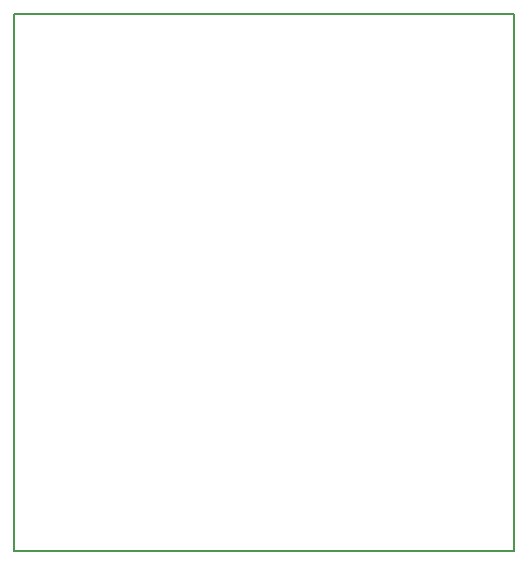
<source format=gm1>
G04 MADE WITH FRITZING*
G04 WWW.FRITZING.ORG*
G04 DOUBLE SIDED*
G04 HOLES PLATED*
G04 CONTOUR ON CENTER OF CONTOUR VECTOR*
%ASAXBY*%
%FSLAX23Y23*%
%MOIN*%
%OFA0B0*%
%SFA1.0B1.0*%
%ADD10R,1.674110X1.797900*%
%ADD11C,0.008000*%
%ADD10C,0.008*%
%LNCONTOUR*%
G90*
G70*
G54D10*
G54D11*
X4Y1794D02*
X1670Y1794D01*
X1670Y4D01*
X4Y4D01*
X4Y1794D01*
D02*
G04 End of contour*
M02*
</source>
